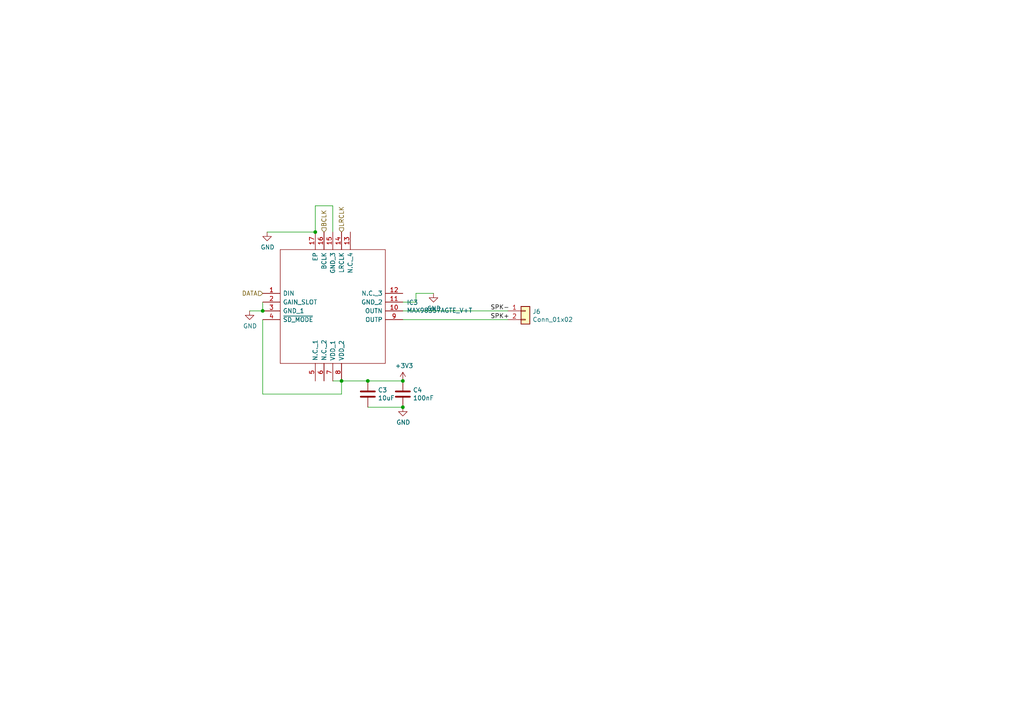
<source format=kicad_sch>
(kicad_sch (version 20211123) (generator eeschema)
  (paper "A4")
  (lib_symbols
    (symbol "Connector_Generic:Conn_01x02" (pin_names (offset 1.016) hide)
      (property "Reference" "J" (at 0 2.54 0))
      (property "Value" "Conn_01x02" (at 0 -5.08 0))
      (symbol "Conn_01x02_1_1"
        (rectangle (start -1.27 -2.413) (end 0 -2.667) (stroke (width 0.1524)))
        (rectangle (start -1.27 0.127) (end 0 -0.127) (stroke (width 0.1524)))
        (rectangle (start -1.27 1.27) (end 1.27 -3.81) (stroke (width 0.254)) (fill (type background)))
        (pin passive line (at -5.08 0 0) (length 3.81) (name "Pin_1") (number "1"))
        (pin passive line (at -5.08 -2.54 0) (length 3.81) (name "Pin_2") (number "2"))
      )
    )
    (symbol "Device:C" (pin_numbers hide) (pin_names (offset 0.254))
      (property "Reference" "C" (at 0.635 2.54 0))
      (property "Value" "C" (at 0.635 -2.54 0))
      (symbol "C_0_1"
        (polyline (pts (xy -2.032 -0.762) (xy 2.032 -0.762)) (stroke (width 0.508)))
        (polyline (pts (xy -2.032 0.762) (xy 2.032 0.762)) (stroke (width 0.508)))
      )
      (symbol "C_1_1"
        (pin passive line (at 0 3.81 270) (length 2.794) (name "~") (number "1"))
        (pin passive line (at 0 -3.81 90) (length 2.794) (name "~") (number "2"))
      )
    )
    (symbol "SamacSys_Parts:MAX98357AGTE_V+T" (pin_names (offset 0.762))
      (property "Reference" "IC" (at 36.83 17.78 0))
      (property "Value" "MAX98357AGTE_V+T" (at 36.83 15.24 0))
      (symbol "MAX98357AGTE_V+T_0_0"
        (pin passive line (at 0 0 0) (length 5.08) (name "DIN") (number "1"))
        (pin passive line (at 40.64 -5.08 180) (length 5.08) (name "OUTN") (number "10"))
        (pin passive line (at 40.64 -2.54 180) (length 5.08) (name "GND_2") (number "11"))
        (pin passive line (at 40.64 0 180) (length 5.08) (name "N.C._3") (number "12"))
        (pin passive line (at 25.4 17.78 270) (length 5.08) (name "N.C._4") (number "13"))
        (pin passive line (at 22.86 17.78 270) (length 5.08) (name "LRCLK") (number "14"))
        (pin passive line (at 20.32 17.78 270) (length 5.08) (name "GND_3") (number "15"))
        (pin passive line (at 17.78 17.78 270) (length 5.08) (name "BCLK") (number "16"))
        (pin passive line (at 15.24 17.78 270) (length 5.08) (name "EP") (number "17"))
        (pin passive line (at 0 -2.54 0) (length 5.08) (name "GAIN_SLOT") (number "2"))
        (pin passive line (at 0 -5.08 0) (length 5.08) (name "GND_1") (number "3"))
        (pin passive line (at 0 -7.62 0) (length 5.08) (name "~{SD_MODE}") (number "4"))
        (pin passive line (at 15.24 -25.4 90) (length 5.08) (name "N.C._1") (number "5"))
        (pin passive line (at 17.78 -25.4 90) (length 5.08) (name "N.C._2") (number "6"))
        (pin passive line (at 20.32 -25.4 90) (length 5.08) (name "VDD_1") (number "7"))
        (pin passive line (at 22.86 -25.4 90) (length 5.08) (name "VDD_2") (number "8"))
        (pin passive line (at 40.64 -7.62 180) (length 5.08) (name "OUTP") (number "9"))
      )
      (symbol "MAX98357AGTE_V+T_0_1"
        (polyline (pts (xy 5.08 12.7) (xy 35.56 12.7) (xy 35.56 -20.32) (xy 5.08 -20.32) (xy 5.08 12.7)) (stroke (width 0.1524)))
      )
    )
    (symbol "power:+3.3V" (power) (pin_names (offset 0))
      (property "Value" "+3.3V" (at 0 3.556 0))
      (symbol "+3.3V_0_1"
        (polyline (pts (xy -0.762 1.27) (xy 0 2.54)))
        (polyline (pts (xy 0 0) (xy 0 2.54)))
        (polyline (pts (xy 0 2.54) (xy 0.762 1.27)))
      )
      (symbol "+3.3V_1_1"
        (pin power_in line (at 0 0 90) (length 0) hide (name "+3V3") (number "1"))
      )
    )
    (symbol "power:GND" (power) (pin_names (offset 0))
      (property "Value" "GND" (at 0 -3.81 0))
      (symbol "GND_0_1"
        (polyline (pts (xy 0 0) (xy 0 -1.27) (xy 1.27 -1.27) (xy 0 -2.54) (xy -1.27 -1.27) (xy 0 -1.27)))
      )
      (symbol "GND_1_1"
        (pin power_in line (at 0 0 270) (length 0) hide (name "GND") (number "1"))
      )
    )
  )
  (junction (at 99.06 110.49))
  (junction (at 116.84 118.11))
  (junction (at 116.84 110.49))
  (junction (at 76.2 90.17))
  (junction (at 106.68 110.49))
  (junction (at 91.44 67.31))
  (wire (pts (xy 76.2 87.63) (xy 76.2 90.17)))
  (wire (pts (xy 106.68 110.49) (xy 116.84 110.49)))
  (wire (pts (xy 99.06 110.49) (xy 106.68 110.49)))
  (wire (pts (xy 96.52 110.49) (xy 99.06 110.49)))
  (wire (pts (xy 116.84 92.71) (xy 147.32 92.71)))
  (wire (pts (xy 99.06 114.3) (xy 99.06 110.49)))
  (wire (pts (xy 91.44 59.69) (xy 91.44 67.31)))
  (wire (pts (xy 116.84 87.63) (xy 120.65 87.63)))
  (wire (pts (xy 91.44 67.31) (xy 77.47 67.31)))
  (wire (pts (xy 76.2 92.71) (xy 76.2 114.3)))
  (wire (pts (xy 106.68 118.11) (xy 116.84 118.11)))
  (wire (pts (xy 96.52 67.31) (xy 96.52 59.69)))
  (wire (pts (xy 96.52 59.69) (xy 91.44 59.69)))
  (wire (pts (xy 120.65 87.63) (xy 120.65 85.09)))
  (wire (pts (xy 76.2 90.17) (xy 72.39 90.17)))
  (wire (pts (xy 120.65 85.09) (xy 125.73 85.09)))
  (wire (pts (xy 76.2 114.3) (xy 99.06 114.3)))
  (wire (pts (xy 116.84 90.17) (xy 147.32 90.17)))
  (label "SPK+" (at 142.24 92.71 0))
  (label "SPK-" (at 142.24 90.17 0))
  (hierarchical_label "LRCLK" (shape input) (at 99.06 67.31 90))
  (hierarchical_label "DATA" (shape input) (at 76.2 85.09 180))
  (hierarchical_label "BCLK" (shape input) (at 93.98 67.31 90))
  (symbol (lib_id "SamacSys_Parts:MAX98357AGTE_V+T") (at 76.2 85.09 0) (unit 1)
    (property "Reference" "IC3" (at 117.9576 87.7316 0) (effects (justify left)))
    (property "Value" "MAX98357AGTE_V+T" (at 117.9576 90.043 0) (effects (justify left)))
    (property "Footprint" "QFN50P300X300X80-17N" (effects hide))
    (property "Datasheet" "https://pdfserv.maximintegrated.com/en/ds/MAX98357A-MAX98357B.pdf" (effects hide))
    (property "Description" "Tiny, Low-Cost, PCM Class D Amplifier with Class AB Performance" (effects hide))
    (property "Height" "0.8" (effects hide))
    (property "Manufacturer_Name" "Maxim Integrated" (effects hide))
    (property "Manufacturer_Part_Number" "MAX98357AGTE/V+T" (effects hide))
  )
  (symbol (lib_id "power:+3.3V") (at 116.84 110.49 0) (unit 1)
    (property "Reference" "#PWR0109" (effects hide))
    (property "Value" "+3.3V" (at 117.221 106.0958 0))
  )
  (symbol (lib_id "power:GND") (at 72.39 90.17 0) (unit 1)
    (property "Reference" "#PWR0110" (effects hide))
    (property "Value" "GND" (at 72.517 94.5642 0))
  )
  (symbol (lib_id "power:GND") (at 77.47 67.31 0) (unit 1)
    (property "Reference" "#PWR0111" (effects hide))
    (property "Value" "GND" (at 77.597 71.7042 0))
  )
  (symbol (lib_id "power:GND") (at 125.73 85.09 0) (unit 1)
    (property "Reference" "#PWR0112" (effects hide))
    (property "Value" "GND" (at 125.857 89.4842 0))
  )
  (symbol (lib_id "Device:C") (at 106.68 114.3 0) (unit 1)
    (property "Reference" "C3" (at 109.601 113.1316 0) (effects (justify left)))
    (property "Value" "10uF" (at 109.601 115.443 0) (effects (justify left)))
    (property "Footprint" "Capacitor_SMD:C_1206_3216Metric" (effects hide))
  )
  (symbol (lib_id "Device:C") (at 116.84 114.3 0) (unit 1)
    (property "Reference" "C4" (at 119.761 113.1316 0) (effects (justify left)))
    (property "Value" "100nF" (at 119.761 115.443 0) (effects (justify left)))
    (property "Footprint" "Capacitor_SMD:C_1206_3216Metric" (effects hide))
  )
  (symbol (lib_id "power:GND") (at 116.84 118.11 0) (unit 1)
    (property "Reference" "#PWR0113" (effects hide))
    (property "Value" "GND" (at 116.967 122.5042 0))
  )
  (symbol (lib_id "Connector_Generic:Conn_01x02") (at 152.4 90.17 0) (unit 1)
    (property "Reference" "J6" (at 154.432 90.3732 0) (effects (justify left)))
    (property "Value" "Conn_01x02" (at 154.432 92.6846 0) (effects (justify left)))
    (property "Footprint" "Connector_PinHeader_2.54mm:PinHeader_1x02_P2.54mm_Vertical" (effects hide))
  )
)
</source>
